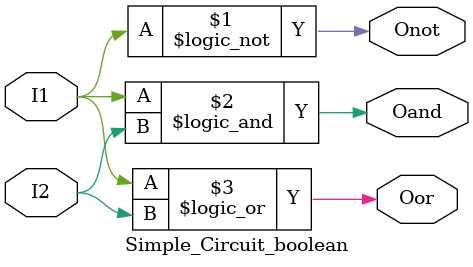
<source format=v>
module Simple_Circuit_boolean(I1,I2,Onot,Oand,Oor);
input I1,I2;
output Onot,Oand,Oor;

assign Onot = !I1;
assign Oand = I1&&I2;
assign Oor = I1||I2;

endmodule
 
</source>
